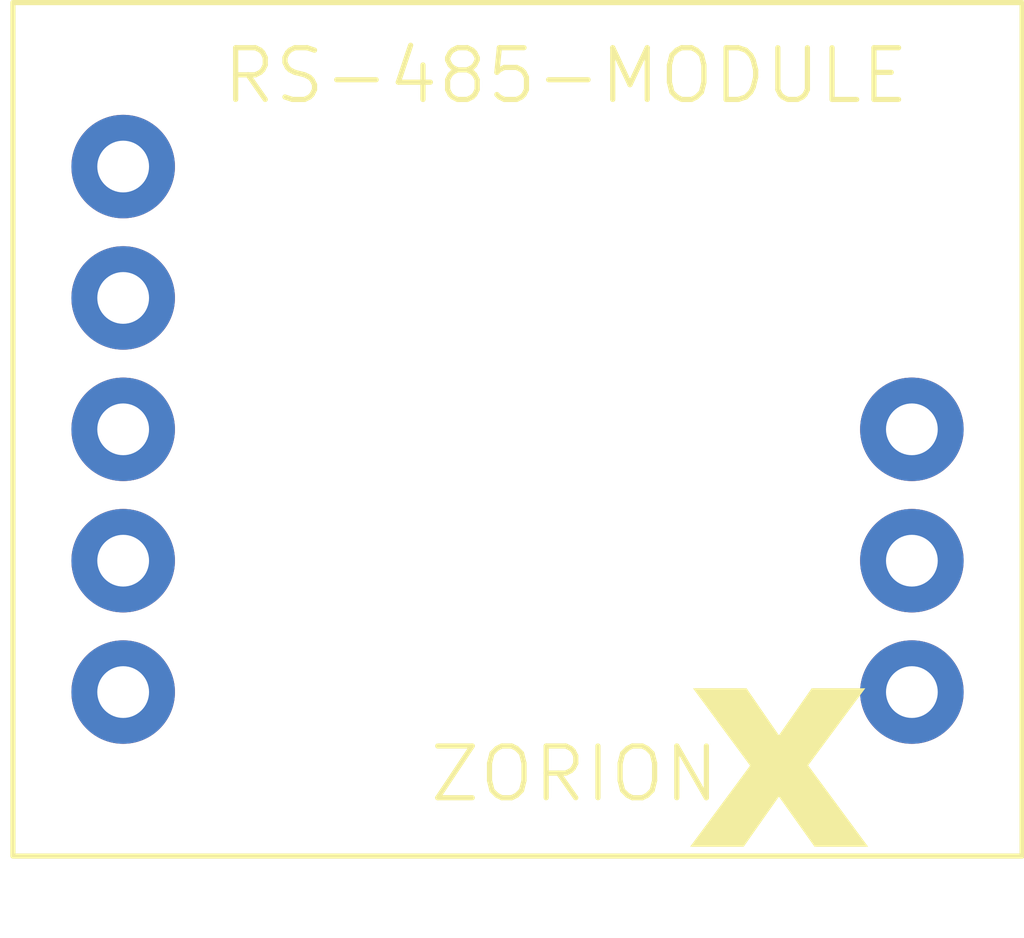
<source format=kicad_pcb>
(kicad_pcb (version 20241229) (generator "pcbnew") (generator_version "9.0")
  (layers (0 "F.Cu" signal) (2 "B.Cu" signal) (13 "F.Paste" user) (15 "B.Paste" user) (5 "F.SilkS" user "F.Silkscreen") (7 "B.SilkS" user "B.Silkscreen") (1 "F.Mask" user) (3 "B.Mask" user) (25 "Edge.Cuts" user))
  (net 0 "")
  (footprint "sarihuella:RS485-MODULE-DEVO" (layer "F.Cu") (at 80.63 80.17)
    (property "Reference" ".1" (hide yes))
    (property "Value" "~" (hide yes))
    (fp_rect (start 0 -16.5) (end 19.5 0) (stroke (width 0.1)) (fill no) (layer "F.SilkS"))
    (fp_text user "x" (at 13 0.5 0) (layer "F.SilkS") (effects (font (size 4 4) (thickness 0.2) (bold yes)) (justify left bottom)))
    (fp_text user "RS-485-MODULE" (at 4 -14.5 0) (layer "F.SilkS") (effects (font (thickness 0.1)) (justify left bottom)))
    (fp_text user "ZORION" (at 8 -1 0) (layer "F.SilkS") (effects (font (thickness 0.1)) (justify left bottom)))
    (pad "1" thru_hole circle (at 2.13 -3.17) (size 2 2) (drill 1) (layers "*.Cu" "*.Mask"))
    (pad "2" thru_hole circle (at 2.13 -5.71) (size 2 2) (drill 1) (layers "*.Cu" "*.Mask"))
    (pad "3" thru_hole circle (at 2.13 -8.25) (size 2 2) (drill 1) (layers "*.Cu" "*.Mask"))
    (pad "4" thru_hole circle (at 2.13 -10.79) (size 2 2) (drill 1) (layers "*.Cu" "*.Mask"))
    (pad "5" thru_hole circle (at 2.13 -13.33) (size 2 2) (drill 1) (layers "*.Cu" "*.Mask"))
    (pad "8" thru_hole circle (at 17.37 -8.25) (size 2 2) (drill 1) (layers "*.Cu" "*.Mask"))
    (pad "9" thru_hole circle (at 17.37 -5.71) (size 2 2) (drill 1) (layers "*.Cu" "*.Mask"))
    (pad "10" thru_hole circle (at 17.37 -3.17) (size 2 2) (drill 1) (layers "*.Cu" "*.Mask"))
  )
)
</source>
